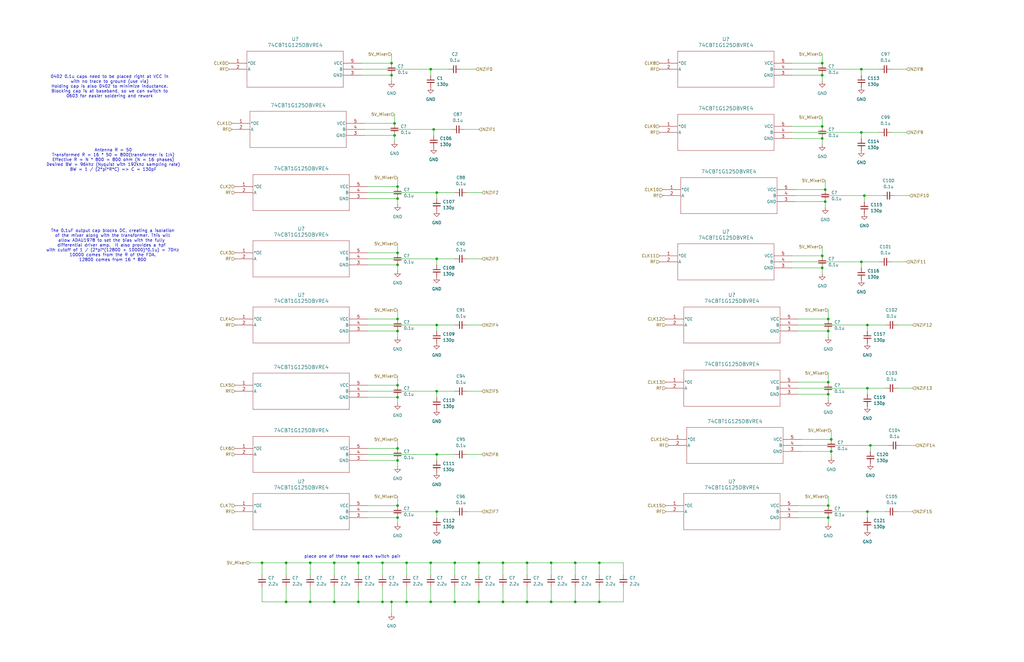
<source format=kicad_sch>
(kicad_sch (version 20250114) (generator "eeschema") (generator_version "9.0")
  (paper "B")
  (title_block (title "Rx Mixers") (date "2025-12-31") (rev "0.0") (company "Andy McCann KA3KAF and Doug McCann KA3KAG"))
  (lib_symbols
    (symbol "Device:C_Small" (pin_numbers (hide yes)) (pin_names (offset 0.254) (hide yes))
      (property "Reference" "C" (at 0.254 1.778 0))
      (property "Value" "C_Small" (at 0.254 -2.032 0))
      (symbol "C_Small_0_1"
        (polyline (pts (xy -1.524 0.508) (xy 1.524 0.508)) (stroke (width 0.3048)))
        (polyline (pts (xy -1.524 -0.508) (xy 1.524 -0.508)) (stroke (width 0.3302)))
      )
      (symbol "C_Small_1_1"
        (pin passive line (at 0 2.54 270) (length 2.032) (name "~") (number "1"))
        (pin passive line (at 0 -2.54 90) (length 2.032) (name "~") (number "2"))
      )
    )
    (symbol "SN74CBT1G125:74CBT1G125DBVRE4" (pin_names (offset 0.254))
      (property "Reference" "U" (at 27.94 10.16 0))
      (property "Value" "74CBT1G125DBVRE4" (at 27.94 7.62 0))
      (symbol "74CBT1G125DBVRE4_0_1"
        (polyline (pts (xy 7.62 5.08) (xy 7.62 -10.16)) (stroke (width 0.127)))
        (polyline (pts (xy 7.62 -10.16) (xy 48.26 -10.16)) (stroke (width 0.127)))
        (polyline (pts (xy 48.26 5.08) (xy 7.62 5.08)) (stroke (width 0.127)))
        (polyline (pts (xy 48.26 -10.16) (xy 48.26 5.08)) (stroke (width 0.127)))
        (pin input line (at 0 0 0) (length 7.62) (name "*OE") (number "1"))
        (pin input line (at 0 -2.54 0) (length 7.62) (name "A") (number "2"))
        (pin power_in line (at 55.88 0 180) (length 7.62) (name "VCC") (number "5"))
        (pin input line (at 55.88 -2.54 180) (length 7.62) (name "B") (number "4"))
        (pin power_in line (at 55.88 -5.08 180) (length 7.62) (name "GND") (number "3"))
      )
    )
    (symbol "power:GND" (power) (pin_numbers (hide yes)) (pin_names (offset 0) (hide yes))
      (property "Value" "GND" (at 0 -3.81 0))
      (symbol "GND_0_1"
        (polyline (pts (xy 0 0) (xy 0 -1.27) (xy 1.27 -1.27) (xy 0 -2.54) (xy -1.27 -1.27) (xy 0 -1.27)))
      )
      (symbol "GND_1_1"
        (pin power_in line (at 0 0 270) (length 0) (name "~") (number "1"))
      )
    )
  )
  (text "place one of these near each switch pair" (at 148.59 234.95 0) (effects (font (size 1.27 1.27))))
  (text "0402 0.1u caps need to be placed right at VCC in\nwith no trace to ground (use via)\nHolding cap is also 0402 to minimize inductance.\nBlocking cap is at baseband, so we can switch to\n0603 for easier soldering and rework" (at 46.228 36.576 0) (effects (font (size 1.27 1.27))))
  (text "Antenna R = 50\nTransformed R = 16 * 50 = 800(transformer is 1:4)\nEffective R = N * 800 = 800 ohm (N = 16 phases)\nDesired BW = 96khz (Nyquist with 192khz sampling rate)\nBW = 1 / (2*pi*R*C) => C = 130pF" (at 47.752 67.564 0) (effects (font (size 1.27 1.27))))
  (text "The 0.1uF output cap blocks DC, creating a isolation\nof the mixer along with the transformer. This will\nallow ADAU1978 to set the bias with the fully \ndifferential driver amp.  It also provides a hpf \nwith cutoff of 1 / (2*pi*(12800 + 10000)*0.1u) = 70Hz\n10000 comes from the R of the FDA.\n12800 comes from 16 * 800" (at 47.498 103.632 0) (effects (font (size 1.27 1.27))))
  (junction (at 167.64 83.82))
  (junction (at 191.77 254))
  (junction (at 346.71 31.75))
  (junction (at 184.15 165.1))
  (junction (at 363.22 55.88))
  (junction (at 120.65 237.49))
  (junction (at 167.64 167.64))
  (junction (at 232.41 237.49))
  (junction (at 181.61 254))
  (junction (at 191.77 237.49))
  (junction (at 184.15 191.77))
  (junction (at 110.49 237.49))
  (junction (at 140.97 237.49))
  (junction (at 130.81 254))
  (junction (at 151.13 254))
  (junction (at 167.64 134.62))
  (junction (at 222.25 237.49))
  (junction (at 181.61 237.49))
  (junction (at 181.61 29.21))
  (junction (at 130.81 237.49))
  (junction (at 367.03 187.96))
  (junction (at 242.57 237.49))
  (junction (at 346.71 107.95))
  (junction (at 167.64 111.76))
  (junction (at 363.22 29.21))
  (junction (at 212.09 254))
  (junction (at 171.45 254))
  (junction (at 349.25 161.29))
  (junction (at 347.98 80.01))
  (junction (at 201.93 237.49))
  (junction (at 167.64 139.7))
  (junction (at 346.71 113.03))
  (junction (at 212.09 237.49))
  (junction (at 165.1 31.75))
  (junction (at 349.25 213.36))
  (junction (at 347.98 85.09))
  (junction (at 165.1 26.67))
  (junction (at 350.52 190.5))
  (junction (at 167.64 194.31))
  (junction (at 350.52 185.42))
  (junction (at 182.88 54.61))
  (junction (at 167.64 213.36))
  (junction (at 363.22 110.49))
  (junction (at 349.25 134.62))
  (junction (at 167.64 78.74))
  (junction (at 140.97 254))
  (junction (at 166.37 57.15))
  (junction (at 365.76 137.16))
  (junction (at 171.45 237.49))
  (junction (at 166.37 52.07))
  (junction (at 201.93 254))
  (junction (at 346.71 26.67))
  (junction (at 184.15 137.16))
  (junction (at 349.25 218.44))
  (junction (at 161.29 237.49))
  (junction (at 364.49 82.55))
  (junction (at 252.73 254))
  (junction (at 151.13 237.49))
  (junction (at 242.57 254))
  (junction (at 184.15 109.22))
  (junction (at 161.29 254))
  (junction (at 349.25 139.7))
  (junction (at 349.25 166.37))
  (junction (at 165.1 254))
  (junction (at 184.15 81.28))
  (junction (at 167.64 189.23))
  (junction (at 365.76 163.83))
  (junction (at 120.65 254))
  (junction (at 346.71 53.34))
  (junction (at 346.71 58.42))
  (junction (at 365.76 215.9))
  (junction (at 252.73 237.49))
  (junction (at 167.64 218.44))
  (junction (at 222.25 254))
  (junction (at 167.64 162.56))
  (junction (at 232.41 254))
  (junction (at 184.15 215.9))
  (junction (at 167.64 106.68))
  (wire (pts (xy 365.76 215.9) (xy 365.76 218.44)))
  (wire (pts (xy 242.57 247.65) (xy 242.57 254)))
  (wire (pts (xy 222.25 237.49) (xy 222.25 242.57)))
  (wire (pts (xy 165.1 26.67) (xy 165.1 22.86)))
  (wire (pts (xy 379.73 187.96) (xy 386.08 187.96)))
  (wire (pts (xy 346.71 26.67) (xy 346.71 22.86)))
  (wire (pts (xy 349.25 134.62) (xy 349.25 130.81)))
  (wire (pts (xy 212.09 247.65) (xy 212.09 254)))
  (wire (pts (xy 152.4 31.75) (xy 165.1 31.75)))
  (wire (pts (xy 252.73 254) (xy 262.89 254)))
  (wire (pts (xy 154.94 78.74) (xy 167.64 78.74)))
  (wire (pts (xy 110.49 254) (xy 120.65 254)))
  (wire (pts (xy 140.97 237.49) (xy 151.13 237.49)))
  (wire (pts (xy 232.41 237.49) (xy 242.57 237.49)))
  (wire (pts (xy 167.64 78.74) (xy 167.64 74.93)))
  (wire (pts (xy 151.13 237.49) (xy 151.13 242.57)))
  (wire (pts (xy 222.25 247.65) (xy 222.25 254)))
  (wire (pts (xy 334.01 55.88) (xy 363.22 55.88)))
  (wire (pts (xy 182.88 54.61) (xy 190.5 54.61)))
  (wire (pts (xy 335.28 80.01) (xy 347.98 80.01)))
  (wire (pts (xy 365.76 137.16) (xy 373.38 137.16)))
  (wire (pts (xy 154.94 134.62) (xy 167.64 134.62)))
  (wire (pts (xy 184.15 109.22) (xy 191.77 109.22)))
  (wire (pts (xy 375.92 110.49) (xy 382.27 110.49)))
  (wire (pts (xy 171.45 237.49) (xy 181.61 237.49)))
  (wire (pts (xy 196.85 165.1) (xy 203.2 165.1)))
  (wire (pts (xy 378.46 215.9) (xy 384.81 215.9)))
  (wire (pts (xy 181.61 29.21) (xy 181.61 31.75)))
  (wire (pts (xy 154.94 162.56) (xy 167.64 162.56)))
  (wire (pts (xy 349.25 166.37) (xy 349.25 168.91)))
  (wire (pts (xy 196.85 81.28) (xy 203.2 81.28)))
  (wire (pts (xy 201.93 237.49) (xy 201.93 242.57)))
  (wire (pts (xy 167.64 218.44) (xy 167.64 220.98)))
  (wire (pts (xy 336.55 139.7) (xy 349.25 139.7)))
  (wire (pts (xy 363.22 29.21) (xy 363.22 31.75)))
  (wire (pts (xy 346.71 113.03) (xy 346.71 115.57)))
  (wire (pts (xy 171.45 247.65) (xy 171.45 254)))
  (wire (pts (xy 222.25 254) (xy 232.41 254)))
  (wire (pts (xy 184.15 191.77) (xy 184.15 194.31)))
  (wire (pts (xy 346.71 31.75) (xy 346.71 34.29)))
  (wire (pts (xy 154.94 111.76) (xy 167.64 111.76)))
  (wire (pts (xy 184.15 81.28) (xy 191.77 81.28)))
  (wire (pts (xy 349.25 139.7) (xy 349.25 142.24)))
  (wire (pts (xy 196.85 191.77) (xy 203.2 191.77)))
  (wire (pts (xy 212.09 254) (xy 222.25 254)))
  (wire (pts (xy 336.55 215.9) (xy 365.76 215.9)))
  (wire (pts (xy 334.01 113.03) (xy 346.71 113.03)))
  (wire (pts (xy 363.22 110.49) (xy 370.84 110.49)))
  (wire (pts (xy 153.67 54.61) (xy 182.88 54.61)))
  (wire (pts (xy 375.92 55.88) (xy 382.27 55.88)))
  (wire (pts (xy 130.81 254) (xy 140.97 254)))
  (wire (pts (xy 120.65 237.49) (xy 130.81 237.49)))
  (wire (pts (xy 364.49 82.55) (xy 364.49 85.09)))
  (wire (pts (xy 154.94 81.28) (xy 184.15 81.28)))
  (wire (pts (xy 167.64 83.82) (xy 167.64 86.36)))
  (wire (pts (xy 262.89 247.65) (xy 262.89 254)))
  (wire (pts (xy 151.13 237.49) (xy 161.29 237.49)))
  (wire (pts (xy 181.61 237.49) (xy 191.77 237.49)))
  (wire (pts (xy 181.61 254) (xy 191.77 254)))
  (wire (pts (xy 365.76 163.83) (xy 365.76 166.37)))
  (wire (pts (xy 184.15 165.1) (xy 191.77 165.1)))
  (wire (pts (xy 232.41 254) (xy 242.57 254)))
  (wire (pts (xy 161.29 254) (xy 165.1 254)))
  (wire (pts (xy 262.89 237.49) (xy 262.89 242.57)))
  (wire (pts (xy 196.85 215.9) (xy 203.2 215.9)))
  (wire (pts (xy 347.98 85.09) (xy 347.98 87.63)))
  (wire (pts (xy 154.94 194.31) (xy 167.64 194.31)))
  (wire (pts (xy 363.22 110.49) (xy 363.22 113.03)))
  (wire (pts (xy 184.15 191.77) (xy 191.77 191.77)))
  (wire (pts (xy 336.55 166.37) (xy 349.25 166.37)))
  (wire (pts (xy 110.49 237.49) (xy 110.49 242.57)))
  (wire (pts (xy 334.01 31.75) (xy 346.71 31.75)))
  (wire (pts (xy 184.15 165.1) (xy 184.15 167.64)))
  (wire (pts (xy 120.65 247.65) (xy 120.65 254)))
  (wire (pts (xy 161.29 247.65) (xy 161.29 254)))
  (wire (pts (xy 349.25 161.29) (xy 349.25 157.48)))
  (wire (pts (xy 184.15 109.22) (xy 184.15 111.76)))
  (wire (pts (xy 196.85 109.22) (xy 203.2 109.22)))
  (wire (pts (xy 201.93 237.49) (xy 212.09 237.49)))
  (wire (pts (xy 334.01 29.21) (xy 363.22 29.21)))
  (wire (pts (xy 120.65 237.49) (xy 120.65 242.57)))
  (wire (pts (xy 337.82 185.42) (xy 350.52 185.42)))
  (wire (pts (xy 140.97 237.49) (xy 140.97 242.57)))
  (wire (pts (xy 167.64 139.7) (xy 167.64 142.24)))
  (wire (pts (xy 350.52 185.42) (xy 350.52 181.61)))
  (wire (pts (xy 110.49 237.49) (xy 120.65 237.49)))
  (wire (pts (xy 334.01 110.49) (xy 363.22 110.49)))
  (wire (pts (xy 184.15 215.9) (xy 191.77 215.9)))
  (wire (pts (xy 194.31 29.21) (xy 200.66 29.21)))
  (wire (pts (xy 336.55 163.83) (xy 365.76 163.83)))
  (wire (pts (xy 110.49 247.65) (xy 110.49 254)))
  (wire (pts (xy 167.64 162.56) (xy 167.64 158.75)))
  (wire (pts (xy 184.15 215.9) (xy 184.15 218.44)))
  (wire (pts (xy 166.37 57.15) (xy 166.37 59.69)))
  (wire (pts (xy 252.73 237.49) (xy 252.73 242.57)))
  (wire (pts (xy 335.28 85.09) (xy 347.98 85.09)))
  (wire (pts (xy 363.22 55.88) (xy 363.22 58.42)))
  (wire (pts (xy 167.64 189.23) (xy 167.64 185.42)))
  (wire (pts (xy 336.55 218.44) (xy 349.25 218.44)))
  (wire (pts (xy 365.76 163.83) (xy 373.38 163.83)))
  (wire (pts (xy 166.37 52.07) (xy 166.37 48.26)))
  (wire (pts (xy 335.28 82.55) (xy 364.49 82.55)))
  (wire (pts (xy 346.71 58.42) (xy 346.71 60.96)))
  (wire (pts (xy 130.81 247.65) (xy 130.81 254)))
  (wire (pts (xy 242.57 237.49) (xy 242.57 242.57)))
  (wire (pts (xy 378.46 137.16) (xy 384.81 137.16)))
  (wire (pts (xy 346.71 107.95) (xy 346.71 104.14)))
  (wire (pts (xy 252.73 247.65) (xy 252.73 254)))
  (wire (pts (xy 337.82 187.96) (xy 367.03 187.96)))
  (wire (pts (xy 334.01 107.95) (xy 346.71 107.95)))
  (wire (pts (xy 140.97 247.65) (xy 140.97 254)))
  (wire (pts (xy 349.25 213.36) (xy 349.25 209.55)))
  (wire (pts (xy 165.1 254) (xy 171.45 254)))
  (wire (pts (xy 154.94 167.64) (xy 167.64 167.64)))
  (wire (pts (xy 252.73 237.49) (xy 262.89 237.49)))
  (wire (pts (xy 151.13 254) (xy 161.29 254)))
  (wire (pts (xy 232.41 247.65) (xy 232.41 254)))
  (wire (pts (xy 161.29 237.49) (xy 161.29 242.57)))
  (wire (pts (xy 364.49 82.55) (xy 372.11 82.55)))
  (wire (pts (xy 184.15 81.28) (xy 184.15 83.82)))
  (wire (pts (xy 171.45 254) (xy 181.61 254)))
  (wire (pts (xy 154.94 109.22) (xy 184.15 109.22)))
  (wire (pts (xy 130.81 237.49) (xy 130.81 242.57)))
  (wire (pts (xy 222.25 237.49) (xy 232.41 237.49)))
  (wire (pts (xy 154.94 218.44) (xy 167.64 218.44)))
  (wire (pts (xy 365.76 137.16) (xy 365.76 139.7)))
  (wire (pts (xy 191.77 237.49) (xy 201.93 237.49)))
  (wire (pts (xy 167.64 167.64) (xy 167.64 170.18)))
  (wire (pts (xy 212.09 237.49) (xy 222.25 237.49)))
  (wire (pts (xy 196.85 137.16) (xy 203.2 137.16)))
  (wire (pts (xy 232.41 237.49) (xy 232.41 242.57)))
  (wire (pts (xy 140.97 254) (xy 151.13 254)))
  (wire (pts (xy 336.55 161.29) (xy 349.25 161.29)))
  (wire (pts (xy 336.55 137.16) (xy 365.76 137.16)))
  (wire (pts (xy 154.94 83.82) (xy 167.64 83.82)))
  (wire (pts (xy 182.88 54.61) (xy 182.88 57.15)))
  (wire (pts (xy 191.77 247.65) (xy 191.77 254)))
  (wire (pts (xy 184.15 137.16) (xy 184.15 139.7)))
  (wire (pts (xy 161.29 237.49) (xy 171.45 237.49)))
  (wire (pts (xy 171.45 237.49) (xy 171.45 242.57)))
  (wire (pts (xy 154.94 189.23) (xy 167.64 189.23)))
  (wire (pts (xy 167.64 111.76) (xy 167.64 114.3)))
  (wire (pts (xy 195.58 54.61) (xy 201.93 54.61)))
  (wire (pts (xy 105.41 237.49) (xy 110.49 237.49)))
  (wire (pts (xy 130.81 237.49) (xy 140.97 237.49)))
  (wire (pts (xy 212.09 237.49) (xy 212.09 242.57)))
  (wire (pts (xy 152.4 26.67) (xy 165.1 26.67)))
  (wire (pts (xy 167.64 106.68) (xy 167.64 102.87)))
  (wire (pts (xy 191.77 254) (xy 201.93 254)))
  (wire (pts (xy 242.57 254) (xy 252.73 254)))
  (wire (pts (xy 154.94 215.9) (xy 184.15 215.9)))
  (wire (pts (xy 346.71 53.34) (xy 346.71 49.53)))
  (wire (pts (xy 336.55 213.36) (xy 349.25 213.36)))
  (wire (pts (xy 349.25 218.44) (xy 349.25 220.98)))
  (wire (pts (xy 367.03 187.96) (xy 374.65 187.96)))
  (wire (pts (xy 336.55 134.62) (xy 349.25 134.62)))
  (wire (pts (xy 375.92 29.21) (xy 382.27 29.21)))
  (wire (pts (xy 350.52 190.5) (xy 350.52 193.04)))
  (wire (pts (xy 181.61 247.65) (xy 181.61 254)))
  (wire (pts (xy 334.01 53.34) (xy 346.71 53.34)))
  (wire (pts (xy 151.13 247.65) (xy 151.13 254)))
  (wire (pts (xy 347.98 80.01) (xy 347.98 76.2)))
  (wire (pts (xy 378.46 163.83) (xy 384.81 163.83)))
  (wire (pts (xy 367.03 187.96) (xy 367.03 190.5)))
  (wire (pts (xy 334.01 26.67) (xy 346.71 26.67)))
  (wire (pts (xy 365.76 215.9) (xy 373.38 215.9)))
  (wire (pts (xy 181.61 237.49) (xy 181.61 242.57)))
  (wire (pts (xy 337.82 190.5) (xy 350.52 190.5)))
  (wire (pts (xy 167.64 194.31) (xy 167.64 196.85)))
  (wire (pts (xy 201.93 254) (xy 212.09 254)))
  (wire (pts (xy 167.64 134.62) (xy 167.64 130.81)))
  (wire (pts (xy 363.22 29.21) (xy 370.84 29.21)))
  (wire (pts (xy 167.64 213.36) (xy 167.64 209.55)))
  (wire (pts (xy 152.4 29.21) (xy 181.61 29.21)))
  (wire (pts (xy 154.94 137.16) (xy 184.15 137.16)))
  (wire (pts (xy 334.01 58.42) (xy 346.71 58.42)))
  (wire (pts (xy 165.1 31.75) (xy 165.1 34.29)))
  (wire (pts (xy 181.61 29.21) (xy 189.23 29.21)))
  (wire (pts (xy 154.94 213.36) (xy 167.64 213.36)))
  (wire (pts (xy 191.77 237.49) (xy 191.77 242.57)))
  (wire (pts (xy 153.67 52.07) (xy 166.37 52.07)))
  (wire (pts (xy 154.94 165.1) (xy 184.15 165.1)))
  (wire (pts (xy 201.93 247.65) (xy 201.93 254)))
  (wire (pts (xy 242.57 237.49) (xy 252.73 237.49)))
  (wire (pts (xy 154.94 139.7) (xy 167.64 139.7)))
  (wire (pts (xy 363.22 55.88) (xy 370.84 55.88)))
  (wire (pts (xy 154.94 191.77) (xy 184.15 191.77)))
  (wire (pts (xy 153.67 57.15) (xy 166.37 57.15)))
  (wire (pts (xy 165.1 254) (xy 165.1 259.08)))
  (wire (pts (xy 120.65 254) (xy 130.81 254)))
  (wire (pts (xy 154.94 106.68) (xy 167.64 106.68)))
  (wire (pts (xy 377.19 82.55) (xy 383.54 82.55)))
  (wire (pts (xy 184.15 137.16) (xy 191.77 137.16)))
  (hierarchical_label "RF" (shape input) (at 99.06 137.16 180))
  (hierarchical_label "NZIF0" (shape input) (at 200.66 29.21 0))
  (hierarchical_label "5V_Mixer" (shape input) (at 347.98 76.2 180))
  (hierarchical_label "CLK1" (shape input) (at 97.79 52.07 180))
  (hierarchical_label "NZIF9" (shape input) (at 382.27 55.88 0))
  (hierarchical_label "CLK7" (shape input) (at 99.06 213.36 180))
  (hierarchical_label "NZIF2" (shape input) (at 203.2 81.28 0))
  (hierarchical_label "CLK4" (shape input) (at 99.06 134.62 180))
  (hierarchical_label "NZIF3" (shape input) (at 203.2 109.22 0))
  (hierarchical_label "5V_Mixer" (shape input) (at 167.64 158.75 180))
  (hierarchical_label "CLK0" (shape input) (at 96.52 26.67 180))
  (hierarchical_label "RF" (shape input) (at 278.13 29.21 180))
  (hierarchical_label "NZIF4" (shape input) (at 203.2 137.16 0))
  (hierarchical_label "NZIF15" (shape input) (at 384.81 215.9 0))
  (hierarchical_label "RF" (shape input) (at 278.13 55.88 180))
  (hierarchical_label "CLK14" (shape input) (at 281.94 185.42 180))
  (hierarchical_label "RF" (shape input) (at 96.52 29.21 180))
  (hierarchical_label "CLK13" (shape input) (at 280.67 161.29 180))
  (hierarchical_label "CLK9" (shape input) (at 278.13 53.34 180))
  (hierarchical_label "CLK5" (shape input) (at 99.06 162.56 180))
  (hierarchical_label "CLK12" (shape input) (at 280.67 134.62 180))
  (hierarchical_label "RF" (shape input) (at 280.67 137.16 180))
  (hierarchical_label "5V_Mixer" (shape input) (at 105.41 237.49 180))
  (hierarchical_label "RF" (shape input) (at 280.67 163.83 180))
  (hierarchical_label "5V_Mixer" (shape input) (at 166.37 48.26 180))
  (hierarchical_label "RF" (shape input) (at 97.79 54.61 180))
  (hierarchical_label "5V_Mixer" (shape input) (at 346.71 49.53 180))
  (hierarchical_label "NZIF12" (shape input) (at 384.81 137.16 0))
  (hierarchical_label "NZIF13" (shape input) (at 384.81 163.83 0))
  (hierarchical_label "NZIF1" (shape input) (at 201.93 54.61 0))
  (hierarchical_label "RF" (shape input) (at 99.06 215.9 180))
  (hierarchical_label "RF" (shape input) (at 99.06 165.1 180))
  (hierarchical_label "5V_Mixer" (shape input) (at 349.25 209.55 180))
  (hierarchical_label "RF" (shape input) (at 99.06 191.77 180))
  (hierarchical_label "CLK11" (shape input) (at 278.13 107.95 180))
  (hierarchical_label "5V_Mixer" (shape input) (at 167.64 130.81 180))
  (hierarchical_label "CLK8" (shape input) (at 278.13 26.67 180))
  (hierarchical_label "RF" (shape input) (at 278.13 110.49 180))
  (hierarchical_label "5V_Mixer" (shape input) (at 167.64 74.93 180))
  (hierarchical_label "5V_Mixer" (shape input) (at 349.25 130.81 180))
  (hierarchical_label "5V_Mixer" (shape input) (at 167.64 185.42 180))
  (hierarchical_label "CLK6" (shape input) (at 99.06 189.23 180))
  (hierarchical_label "CLK3" (shape input) (at 99.06 106.68 180))
  (hierarchical_label "NZIF10" (shape input) (at 383.54 82.55 0))
  (hierarchical_label "5V_Mixer" (shape input) (at 349.25 157.48 180))
  (hierarchical_label "5V_Mixer" (shape input) (at 346.71 104.14 180))
  (hierarchical_label "RF" (shape input) (at 99.06 81.28 180))
  (hierarchical_label "NZIF8" (shape input) (at 382.27 29.21 0))
  (hierarchical_label "RF" (shape input) (at 281.94 187.96 180))
  (hierarchical_label "NZIF14" (shape input) (at 386.08 187.96 0))
  (hierarchical_label "RF" (shape input) (at 279.4 82.55 180))
  (hierarchical_label "CLK15" (shape input) (at 280.67 213.36 180))
  (hierarchical_label "RF" (shape input) (at 99.06 109.22 180))
  (hierarchical_label "5V_Mixer" (shape input) (at 167.64 209.55 180))
  (hierarchical_label "CLK10" (shape input) (at 279.4 80.01 180))
  (hierarchical_label "NZIF7" (shape input) (at 203.2 215.9 0))
  (hierarchical_label "5V_Mixer" (shape input) (at 350.52 181.61 180))
  (hierarchical_label "5V_Mixer" (shape input) (at 346.71 22.86 180))
  (hierarchical_label "NZIF5" (shape input) (at 203.2 165.1 0))
  (hierarchical_label "5V_Mixer" (shape input) (at 165.1 22.86 180))
  (hierarchical_label "RF" (shape input) (at 280.67 215.9 180))
  (hierarchical_label "NZIF11" (shape input) (at 382.27 110.49 0))
  (hierarchical_label "NZIF6" (shape input) (at 203.2 191.77 0))
  (hierarchical_label "CLK2" (shape input) (at 99.06 78.74 180))
  (hierarchical_label "5V_Mixer" (shape input) (at 167.64 102.87 180))
  (symbol (lib_id "Device:C_Small") (at 365.76 220.98 0) (unit 1)
    (property "Reference" "C121" (at 368.3 219.7162 0) (effects (justify left)))
    (property "Value" "130p" (at 368.3 222.2562 0) (effects (justify left)))
    (property "Footprint" "Capacitor_SMD:C_0402_1005Metric_Pad0.74x0.62mm_HandSolder" (effects (hide yes)))
    (property "Description" "Unpolarized capacitor, small symbol" (effects (hide yes)))
  )
  (symbol (lib_id "power:GND") (at 365.76 223.52 0) (unit 1)
    (property "Reference" "#PWR017" (effects (hide yes)))
    (property "Value" "GND" (at 365.76 228.6 0))
    (property "Description" "Power symbol creates a global label with name \"GND\" , ground" (effects (hide yes)))
  )
  (symbol (lib_id "power:GND") (at 165.1 259.08 0) (unit 1)
    (property "Reference" "#PWR?" (effects (hide yes)))
    (property "Value" "GND" (at 165.1 264.16 0))
    (property "Description" "Power symbol creates a global label with name \"GND\" , ground" (effects (hide yes)))
  )
  (symbol (lib_id "Device:C_Small") (at 167.64 215.9 0) (unit 1)
    (property "Reference" "C?" (at 170.18 214.6362 0) (effects (justify left)))
    (property "Value" "0.1u" (at 170.18 217.1762 0) (effects (justify left)))
    (property "Footprint" "Resistor_SMD:R_0402_1005Metric_Pad0.72x0.64mm_HandSolder" (effects (hide yes)))
    (property "Description" "Unpolarized capacitor, small symbol" (effects (hide yes)))
  )
  (symbol (lib_id "Device:C_Small") (at 130.81 245.11 0) (unit 1)
    (property "Reference" "C?" (at 133.35 243.8462 0) (effects (justify left)))
    (property "Value" "2.2u" (at 133.35 246.3862 0) (effects (justify left)))
    (property "Description" "Unpolarized capacitor, small symbol" (effects (hide yes)))
  )
  (symbol (lib_id "power:GND") (at 349.25 220.98 0) (unit 1)
    (property "Reference" "#PWR?" (effects (hide yes)))
    (property "Value" "GND" (at 349.25 226.06 0))
    (property "Description" "Power symbol creates a global label with name \"GND\" , ground" (effects (hide yes)))
  )
  (symbol (lib_id "Device:C_Small") (at 193.04 54.61 90) (unit 1)
    (property "Reference" "C87" (at 193.0463 48.26 90))
    (property "Value" "0.1u" (at 193.0463 50.8 90))
    (property "Footprint" "Capacitor_SMD:C_0603_1608Metric_Pad1.08x0.95mm_HandSolder" (effects (hide yes)))
    (property "Description" "Unpolarized capacitor, small symbol" (effects (hide yes)))
  )
  (symbol (lib_id "SN74CBT1G125:74CBT1G125DBVRE4") (at 99.06 106.68 0) (unit 1)
    (property "Reference" "U?" (at 127 96.52 0) (effects (font (size 1.524 1.524))))
    (property "Value" "74CBT1G125DBVRE4" (at 127 99.06 0) (effects (font (size 1.524 1.524))))
    (property "Footprint" "DBV5" (effects (hide yes)))
    (property "Datasheet" "https://www.ti.com/lit/gpn/sn74cbt1g125" (effects (hide yes)))
  )
  (symbol (lib_id "Device:C_Small") (at 365.76 168.91 0) (unit 1)
    (property "Reference" "C119" (at 368.3 167.6462 0) (effects (justify left)))
    (property "Value" "130p" (at 368.3 170.1862 0) (effects (justify left)))
    (property "Footprint" "Capacitor_SMD:C_0402_1005Metric_Pad0.74x0.62mm_HandSolder" (effects (hide yes)))
    (property "Description" "Unpolarized capacitor, small symbol" (effects (hide yes)))
  )
  (symbol (lib_id "Device:C_Small") (at 171.45 245.11 0) (unit 1)
    (property "Reference" "C?" (at 173.99 243.8462 0) (effects (justify left)))
    (property "Value" "2.2u" (at 173.99 246.3862 0) (effects (justify left)))
    (property "Description" "Unpolarized capacitor, small symbol" (effects (hide yes)))
  )
  (symbol (lib_id "SN74CBT1G125:74CBT1G125DBVRE4") (at 278.13 107.95 0) (unit 1)
    (property "Reference" "U?" (at 306.07 97.79 0) (effects (font (size 1.524 1.524))))
    (property "Value" "74CBT1G125DBVRE4" (at 306.07 100.33 0) (effects (font (size 1.524 1.524))))
    (property "Footprint" "DBV5" (effects (hide yes)))
    (property "Datasheet" "https://www.ti.com/lit/gpn/sn74cbt1g125" (effects (hide yes)))
  )
  (symbol (lib_id "Device:C_Small") (at 151.13 245.11 0) (unit 1)
    (property "Reference" "C?" (at 153.67 243.8462 0) (effects (justify left)))
    (property "Value" "2.2u" (at 153.67 246.3862 0) (effects (justify left)))
    (property "Description" "Unpolarized capacitor, small symbol" (effects (hide yes)))
  )
  (symbol (lib_id "Device:C_Small") (at 194.31 191.77 90) (unit 1)
    (property "Reference" "C95" (at 194.3163 185.42 90))
    (property "Value" "0.1u" (at 194.3163 187.96 90))
    (property "Footprint" "Capacitor_SMD:C_0603_1608Metric_Pad1.08x0.95mm_HandSolder" (effects (hide yes)))
    (property "Description" "Unpolarized capacitor, small symbol" (effects (hide yes)))
  )
  (symbol (lib_id "power:GND") (at 184.15 144.78 0) (unit 1)
    (property "Reference" "#PWR08" (effects (hide yes)))
    (property "Value" "GND" (at 184.15 149.86 0))
    (property "Description" "Power symbol creates a global label with name \"GND\" , ground" (effects (hide yes)))
  )
  (symbol (lib_id "Device:C_Small") (at 349.25 163.83 0) (unit 1)
    (property "Reference" "C?" (at 351.79 162.5662 0) (effects (justify left)))
    (property "Value" "0.1u" (at 351.79 165.1062 0) (effects (justify left)))
    (property "Footprint" "Resistor_SMD:R_0402_1005Metric_Pad0.72x0.64mm_HandSolder" (effects (hide yes)))
    (property "Description" "Unpolarized capacitor, small symbol" (effects (hide yes)))
  )
  (symbol (lib_id "power:GND") (at 167.64 86.36 0) (unit 1)
    (property "Reference" "#PWR?" (effects (hide yes)))
    (property "Value" "GND" (at 167.64 91.44 0))
    (property "Description" "Power symbol creates a global label with name \"GND\" , ground" (effects (hide yes)))
  )
  (symbol (lib_id "power:GND") (at 365.76 171.45 0) (unit 1)
    (property "Reference" "#PWR014" (effects (hide yes)))
    (property "Value" "GND" (at 365.76 176.53 0))
    (property "Description" "Power symbol creates a global label with name \"GND\" , ground" (effects (hide yes)))
  )
  (symbol (lib_id "Device:C_Small") (at 363.22 60.96 0) (unit 1)
    (property "Reference" "C114" (at 365.76 59.6962 0) (effects (justify left)))
    (property "Value" "130p" (at 365.76 62.2362 0) (effects (justify left)))
    (property "Footprint" "Capacitor_SMD:C_0402_1005Metric_Pad0.74x0.62mm_HandSolder" (effects (hide yes)))
    (property "Description" "Unpolarized capacitor, small symbol" (effects (hide yes)))
  )
  (symbol (lib_id "Device:C_Small") (at 252.73 245.11 0) (unit 1)
    (property "Reference" "C?" (at 255.27 243.8462 0) (effects (justify left)))
    (property "Value" "2.2u" (at 255.27 246.3862 0) (effects (justify left)))
    (property "Description" "Unpolarized capacitor, small symbol" (effects (hide yes)))
  )
  (symbol (lib_id "Device:C_Small") (at 167.64 81.28 0) (unit 1)
    (property "Reference" "C?" (at 170.18 80.0162 0) (effects (justify left)))
    (property "Value" "0.1u" (at 170.18 82.5562 0) (effects (justify left)))
    (property "Footprint" "Resistor_SMD:R_0402_1005Metric_Pad0.72x0.64mm_HandSolder" (effects (hide yes)))
    (property "Description" "Unpolarized capacitor, small symbol" (effects (hide yes)))
  )
  (symbol (lib_id "power:GND") (at 181.61 36.83 0) (unit 1)
    (property "Reference" "#PWR01" (effects (hide yes)))
    (property "Value" "GND" (at 181.61 41.91 0))
    (property "Description" "Power symbol creates a global label with name \"GND\" , ground" (effects (hide yes)))
  )
  (symbol (lib_id "Device:C_Small") (at 140.97 245.11 0) (unit 1)
    (property "Reference" "C?" (at 143.51 243.8462 0) (effects (justify left)))
    (property "Value" "2.2u" (at 143.51 246.3862 0) (effects (justify left)))
    (property "Description" "Unpolarized capacitor, small symbol" (effects (hide yes)))
  )
  (symbol (lib_id "Device:C_Small") (at 377.19 187.96 90) (unit 1)
    (property "Reference" "C104" (at 377.1963 181.61 90))
    (property "Value" "0.1u" (at 377.1963 184.15 90))
    (property "Footprint" "Capacitor_SMD:C_0603_1608Metric_Pad1.08x0.95mm_HandSolder" (effects (hide yes)))
    (property "Description" "Unpolarized capacitor, small symbol" (effects (hide yes)))
  )
  (symbol (lib_id "Device:C_Small") (at 191.77 29.21 90) (unit 1)
    (property "Reference" "C2" (at 191.7763 22.86 90))
    (property "Value" "0.1u" (at 191.7763 25.4 90))
    (property "Footprint" "Capacitor_SMD:C_0603_1608Metric_Pad1.08x0.95mm_HandSolder" (effects (hide yes)))
    (property "Description" "Unpolarized capacitor, small symbol" (effects (hide yes)))
  )
  (symbol (lib_id "power:GND") (at 346.71 34.29 0) (unit 1)
    (property "Reference" "#PWR?" (effects (hide yes)))
    (property "Value" "GND" (at 346.71 39.37 0))
    (property "Description" "Power symbol creates a global label with name \"GND\" , ground" (effects (hide yes)))
  )
  (symbol (lib_id "power:GND") (at 349.25 168.91 0) (unit 1)
    (property "Reference" "#PWR?" (effects (hide yes)))
    (property "Value" "GND" (at 349.25 173.99 0))
    (property "Description" "Power symbol creates a global label with name \"GND\" , ground" (effects (hide yes)))
  )
  (symbol (lib_id "Device:C_Small") (at 212.09 245.11 0) (unit 1)
    (property "Reference" "C?" (at 214.63 243.8462 0) (effects (justify left)))
    (property "Value" "2.2u" (at 214.63 246.3862 0) (effects (justify left)))
    (property "Description" "Unpolarized capacitor, small symbol" (effects (hide yes)))
  )
  (symbol (lib_id "Device:C_Small") (at 184.15 86.36 0) (unit 1)
    (property "Reference" "C107" (at 186.69 85.0962 0) (effects (justify left)))
    (property "Value" "130p" (at 186.69 87.6362 0) (effects (justify left)))
    (property "Footprint" "Capacitor_SMD:C_0402_1005Metric_Pad0.74x0.62mm_HandSolder" (effects (hide yes)))
    (property "Description" "Unpolarized capacitor, small symbol" (effects (hide yes)))
  )
  (symbol (lib_id "SN74CBT1G125:74CBT1G125DBVRE4") (at 99.06 213.36 0) (unit 1)
    (property "Reference" "U?" (at 127 203.2 0) (effects (font (size 1.524 1.524))))
    (property "Value" "74CBT1G125DBVRE4" (at 127 205.74 0) (effects (font (size 1.524 1.524))))
    (property "Footprint" "DBV5" (effects (hide yes)))
    (property "Datasheet" "https://www.ti.com/lit/gpn/sn74cbt1g125" (effects (hide yes)))
  )
  (symbol (lib_id "Device:C_Small") (at 120.65 245.11 0) (unit 1)
    (property "Reference" "C?" (at 123.19 243.8462 0) (effects (justify left)))
    (property "Value" "2.2u" (at 123.19 246.3862 0) (effects (justify left)))
    (property "Description" "Unpolarized capacitor, small symbol" (effects (hide yes)))
  )
  (symbol (lib_id "Device:C_Small") (at 191.77 245.11 0) (unit 1)
    (property "Reference" "C?" (at 194.31 243.8462 0) (effects (justify left)))
    (property "Value" "2.2u" (at 194.31 246.3862 0) (effects (justify left)))
    (property "Description" "Unpolarized capacitor, small symbol" (effects (hide yes)))
  )
  (symbol (lib_id "Device:C_Small") (at 346.71 55.88 0) (unit 1)
    (property "Reference" "C?" (at 349.25 54.6162 0) (effects (justify left)))
    (property "Value" "0.1u" (at 349.25 57.1562 0) (effects (justify left)))
    (property "Footprint" "Resistor_SMD:R_0402_1005Metric_Pad0.72x0.64mm_HandSolder" (effects (hide yes)))
    (property "Description" "Unpolarized capacitor, small symbol" (effects (hide yes)))
  )
  (symbol (lib_id "power:GND") (at 167.64 196.85 0) (unit 1)
    (property "Reference" "#PWR?" (effects (hide yes)))
    (property "Value" "GND" (at 167.64 201.93 0))
    (property "Description" "Power symbol creates a global label with name \"GND\" , ground" (effects (hide yes)))
  )
  (symbol (lib_id "Device:C_Small") (at 165.1 29.21 0) (unit 1)
    (property "Reference" "C?" (at 167.64 27.9462 0) (effects (justify left)))
    (property "Value" "0.1u" (at 167.64 30.4862 0) (effects (justify left)))
    (property "Footprint" "Resistor_SMD:R_0402_1005Metric_Pad0.72x0.64mm_HandSolder" (effects (hide yes)))
    (property "Description" "Unpolarized capacitor, small symbol" (effects (hide yes)))
  )
  (symbol (lib_id "Device:C_Small") (at 349.25 137.16 0) (unit 1)
    (property "Reference" "C?" (at 351.79 135.8962 0) (effects (justify left)))
    (property "Value" "0.1u" (at 351.79 138.4362 0) (effects (justify left)))
    (property "Footprint" "Resistor_SMD:R_0402_1005Metric_Pad0.72x0.64mm_HandSolder" (effects (hide yes)))
    (property "Description" "Unpolarized capacitor, small symbol" (effects (hide yes)))
  )
  (symbol (lib_id "power:GND") (at 363.22 36.83 0) (unit 1)
    (property "Reference" "#PWR09" (effects (hide yes)))
    (property "Value" "GND" (at 363.22 41.91 0))
    (property "Description" "Power symbol creates a global label with name \"GND\" , ground" (effects (hide yes)))
  )
  (symbol (lib_id "Device:C_Small") (at 374.65 82.55 90) (unit 1)
    (property "Reference" "C100" (at 374.6563 76.2 90))
    (property "Value" "0.1u" (at 374.6563 78.74 90))
    (property "Footprint" "Capacitor_SMD:C_0603_1608Metric_Pad1.08x0.95mm_HandSolder" (effects (hide yes)))
    (property "Description" "Unpolarized capacitor, small symbol" (effects (hide yes)))
  )
  (symbol (lib_id "SN74CBT1G125:74CBT1G125DBVRE4") (at 97.79 52.07 0) (unit 1)
    (property "Reference" "U?" (effects (hide yes)))
    (property "Value" "74CBT1G125DBVRE4" (at 125.73 44.45 0) (effects (font (size 1.524 1.524))))
    (property "Footprint" "DBV5" (effects (hide yes)))
    (property "Datasheet" "https://www.ti.com/lit/gpn/sn74cbt1g125" (effects (hide yes)))
  )
  (symbol (lib_id "Device:C_Small") (at 194.31 165.1 90) (unit 1)
    (property "Reference" "C94" (at 194.3163 158.75 90))
    (property "Value" "0.1u" (at 194.3163 161.29 90))
    (property "Footprint" "Capacitor_SMD:C_0603_1608Metric_Pad1.08x0.95mm_HandSolder" (effects (hide yes)))
    (property "Description" "Unpolarized capacitor, small symbol" (effects (hide yes)))
  )
  (symbol (lib_id "Device:C_Small") (at 184.15 170.18 0) (unit 1)
    (property "Reference" "C110" (at 186.69 168.9162 0) (effects (justify left)))
    (property "Value" "130p" (at 186.69 171.4562 0) (effects (justify left)))
    (property "Footprint" "Capacitor_SMD:C_0402_1005Metric_Pad0.74x0.62mm_HandSolder" (effects (hide yes)))
    (property "Description" "Unpolarized capacitor, small symbol" (effects (hide yes)))
  )
  (symbol (lib_id "power:GND") (at 346.71 60.96 0) (unit 1)
    (property "Reference" "#PWR?" (effects (hide yes)))
    (property "Value" "GND" (at 346.71 66.04 0))
    (property "Description" "Power symbol creates a global label with name \"GND\" , ground" (effects (hide yes)))
  )
  (symbol (lib_id "SN74CBT1G125:74CBT1G125DBVRE4") (at 281.94 185.42 0) (unit 1)
    (property "Reference" "U?" (effects (hide yes)))
    (property "Value" "74CBT1G125DBVRE4" (at 309.88 177.8 0) (effects (font (size 1.524 1.524))))
    (property "Footprint" "DBV5" (effects (hide yes)))
    (property "Datasheet" "https://www.ti.com/lit/gpn/sn74cbt1g125" (effects (hide yes)))
  )
  (symbol (lib_id "Device:C_Small") (at 166.37 54.61 0) (unit 1)
    (property "Reference" "C?" (at 168.91 53.3462 0) (effects (justify left)))
    (property "Value" "0.1u" (at 168.91 55.8862 0) (effects (justify left)))
    (property "Footprint" "Resistor_SMD:R_0402_1005Metric_Pad0.72x0.64mm_HandSolder" (effects (hide yes)))
    (property "Description" "Unpolarized capacitor, small symbol" (effects (hide yes)))
  )
  (symbol (lib_id "Device:C_Small") (at 262.89 245.11 0) (unit 1)
    (property "Reference" "C?" (at 265.43 243.8462 0) (effects (justify left)))
    (property "Value" "2.2u" (at 265.43 246.3862 0) (effects (justify left)))
    (property "Description" "Unpolarized capacitor, small symbol" (effects (hide yes)))
  )
  (symbol (lib_id "SN74CBT1G125:74CBT1G125DBVRE4") (at 278.13 26.67 0) (unit 1)
    (property "Reference" "U?" (at 306.07 16.51 0) (effects (font (size 1.524 1.524))))
    (property "Value" "74CBT1G125DBVRE4" (at 306.07 19.05 0) (effects (font (size 1.524 1.524))))
    (property "Footprint" "DBV5" (effects (hide yes)))
    (property "Datasheet" "https://www.ti.com/lit/gpn/sn74cbt1g125" (effects (hide yes)))
  )
  (symbol (lib_id "Device:C_Small") (at 110.49 245.11 0) (unit 1)
    (property "Reference" "C?" (at 113.03 243.8462 0) (effects (justify left)))
    (property "Value" "2.2u" (at 113.03 246.3862 0) (effects (justify left)))
    (property "Description" "Unpolarized capacitor, small symbol" (effects (hide yes)))
  )
  (symbol (lib_id "Device:C_Small") (at 222.25 245.11 0) (unit 1)
    (property "Reference" "C?" (at 224.79 243.8462 0) (effects (justify left)))
    (property "Value" "2.2u" (at 224.79 246.3862 0) (effects (justify left)))
    (property "Description" "Unpolarized capacitor, small symbol" (effects (hide yes)))
  )
  (symbol (lib_id "Device:C_Small") (at 349.25 215.9 0) (unit 1)
    (property "Reference" "C?" (at 351.79 214.6362 0) (effects (justify left)))
    (property "Value" "0.1u" (at 351.79 217.1762 0) (effects (justify left)))
    (property "Footprint" "Resistor_SMD:R_0402_1005Metric_Pad0.72x0.64mm_HandSolder" (effects (hide yes)))
    (property "Description" "Unpolarized capacitor, small symbol" (effects (hide yes)))
  )
  (symbol (lib_id "Device:C_Small") (at 364.49 87.63 0) (unit 1)
    (property "Reference" "C115" (at 367.03 86.3662 0) (effects (justify left)))
    (property "Value" "130p" (at 367.03 88.9062 0) (effects (justify left)))
    (property "Footprint" "Capacitor_SMD:C_0402_1005Metric_Pad0.74x0.62mm_HandSolder" (effects (hide yes)))
    (property "Description" "Unpolarized capacitor, small symbol" (effects (hide yes)))
  )
  (symbol (lib_id "power:GND") (at 182.88 62.23 0) (unit 1)
    (property "Reference" "#PWR02" (effects (hide yes)))
    (property "Value" "GND" (at 182.88 67.31 0))
    (property "Description" "Power symbol creates a global label with name \"GND\" , ground" (effects (hide yes)))
  )
  (symbol (lib_id "power:GND") (at 350.52 193.04 0) (unit 1)
    (property "Reference" "#PWR?" (effects (hide yes)))
    (property "Value" "GND" (at 350.52 198.12 0))
    (property "Description" "Power symbol creates a global label with name \"GND\" , ground" (effects (hide yes)))
  )
  (symbol (lib_id "power:GND") (at 166.37 59.69 0) (unit 1)
    (property "Reference" "#PWR?" (effects (hide yes)))
    (property "Value" "GND" (at 166.37 64.77 0))
    (property "Description" "Power symbol creates a global label with name \"GND\" , ground" (effects (hide yes)))
  )
  (symbol (lib_id "power:GND") (at 167.64 220.98 0) (unit 1)
    (property "Reference" "#PWR?" (effects (hide yes)))
    (property "Value" "GND" (at 167.64 226.06 0))
    (property "Description" "Power symbol creates a global label with name \"GND\" , ground" (effects (hide yes)))
  )
  (symbol (lib_id "Device:C_Small") (at 181.61 34.29 0) (unit 1)
    (property "Reference" "C1" (at 184.15 33.0262 0) (effects (justify left)))
    (property "Value" "130p" (at 184.15 35.5662 0) (effects (justify left)))
    (property "Footprint" "Capacitor_SMD:C_0402_1005Metric_Pad0.74x0.62mm_HandSolder" (effects (hide yes)))
    (property "Description" "Unpolarized capacitor, small symbol" (effects (hide yes)))
  )
  (symbol (lib_id "power:GND") (at 184.15 172.72 0) (unit 1)
    (property "Reference" "#PWR05" (effects (hide yes)))
    (property "Value" "GND" (at 184.15 177.8 0))
    (property "Description" "Power symbol creates a global label with name \"GND\" , ground" (effects (hide yes)))
  )
  (symbol (lib_id "Device:C_Small") (at 167.64 109.22 0) (unit 1)
    (property "Reference" "C?" (at 170.18 107.9562 0) (effects (justify left)))
    (property "Value" "0.1u" (at 170.18 110.4962 0) (effects (justify left)))
    (property "Footprint" "Resistor_SMD:R_0402_1005Metric_Pad0.72x0.64mm_HandSolder" (effects (hide yes)))
    (property "Description" "Unpolarized capacitor, small symbol" (effects (hide yes)))
  )
  (symbol (lib_id "Device:C_Small") (at 346.71 29.21 0) (unit 1)
    (property "Reference" "C?" (at 349.25 27.9462 0) (effects (justify left)))
    (property "Value" "0.1u" (at 349.25 30.4862 0) (effects (justify left)))
    (property "Footprint" "Resistor_SMD:R_0402_1005Metric_Pad0.72x0.64mm_HandSolder" (effects (hide yes)))
    (property "Description" "Unpolarized capacitor, small symbol" (effects (hide yes)))
  )
  (symbol (lib_id "Device:C_Small") (at 182.88 59.69 0) (unit 1)
    (property "Reference" "C106" (at 185.42 58.4262 0) (effects (justify left)))
    (property "Value" "130p" (at 185.42 60.9662 0) (effects (justify left)))
    (property "Footprint" "Capacitor_SMD:C_0402_1005Metric_Pad0.74x0.62mm_HandSolder" (effects (hide yes)))
    (property "Description" "Unpolarized capacitor, small symbol" (effects (hide yes)))
  )
  (symbol (lib_id "Device:C_Small") (at 363.22 115.57 0) (unit 1)
    (property "Reference" "C116" (at 365.76 114.3062 0) (effects (justify left)))
    (property "Value" "130p" (at 365.76 116.8462 0) (effects (justify left)))
    (property "Footprint" "Capacitor_SMD:C_0402_1005Metric_Pad0.74x0.62mm_HandSolder" (effects (hide yes)))
    (property "Description" "Unpolarized capacitor, small symbol" (effects (hide yes)))
  )
  (symbol (lib_id "Device:C_Small") (at 375.92 163.83 90) (unit 1)
    (property "Reference" "C103" (at 375.9263 157.48 90))
    (property "Value" "0.1u" (at 375.9263 160.02 90))
    (property "Footprint" "Capacitor_SMD:C_0603_1608Metric_Pad1.08x0.95mm_HandSolder" (effects (hide yes)))
    (property "Description" "Unpolarized capacitor, small symbol" (effects (hide yes)))
  )
  (symbol (lib_id "Device:C_Small") (at 375.92 137.16 90) (unit 1)
    (property "Reference" "C102" (at 375.9263 130.81 90))
    (property "Value" "0.1u" (at 375.9263 133.35 90))
    (property "Footprint" "Capacitor_SMD:C_0603_1608Metric_Pad1.08x0.95mm_HandSolder" (effects (hide yes)))
    (property "Description" "Unpolarized capacitor, small symbol" (effects (hide yes)))
  )
  (symbol (lib_id "Device:C_Small") (at 194.31 215.9 90) (unit 1)
    (property "Reference" "C96" (at 194.3163 209.55 90))
    (property "Value" "0.1u" (at 194.3163 212.09 90))
    (property "Footprint" "Capacitor_SMD:C_0603_1608Metric_Pad1.08x0.95mm_HandSolder" (effects (hide yes)))
    (property "Description" "Unpolarized capacitor, small symbol" (effects (hide yes)))
  )
  (symbol (lib_id "Device:C_Small") (at 194.31 81.28 90) (unit 1)
    (property "Reference" "C88" (at 194.3163 74.93 90))
    (property "Value" "0.1u" (at 194.3163 77.47 90))
    (property "Footprint" "Capacitor_SMD:C_0603_1608Metric_Pad1.08x0.95mm_HandSolder" (effects (hide yes)))
    (property "Description" "Unpolarized capacitor, small symbol" (effects (hide yes)))
  )
  (symbol (lib_id "power:GND") (at 363.22 63.5 0) (unit 1)
    (property "Reference" "#PWR010" (effects (hide yes)))
    (property "Value" "GND" (at 363.22 68.58 0))
    (property "Description" "Power symbol creates a global label with name \"GND\" , ground" (effects (hide yes)))
  )
  (symbol (lib_id "power:GND") (at 347.98 87.63 0) (unit 1)
    (property "Reference" "#PWR?" (effects (hide yes)))
    (property "Value" "GND" (at 347.98 92.71 0))
    (property "Description" "Power symbol creates a global label with name \"GND\" , ground" (effects (hide yes)))
  )
  (symbol (lib_id "Device:C_Small") (at 375.92 215.9 90) (unit 1)
    (property "Reference" "C105" (at 375.9263 209.55 90))
    (property "Value" "0.1u" (at 375.9263 212.09 90))
    (property "Footprint" "Capacitor_SMD:C_0603_1608Metric_Pad1.08x0.95mm_HandSolder" (effects (hide yes)))
    (property "Description" "Unpolarized capacitor, small symbol" (effects (hide yes)))
  )
  (symbol (lib_id "Device:C_Small") (at 167.64 165.1 0) (unit 1)
    (property "Reference" "C?" (at 170.18 163.8362 0) (effects (justify left)))
    (property "Value" "0.1u" (at 170.18 166.3762 0) (effects (justify left)))
    (property "Footprint" "Resistor_SMD:R_0402_1005Metric_Pad0.72x0.64mm_HandSolder" (effects (hide yes)))
    (property "Description" "Unpolarized capacitor, small symbol" (effects (hide yes)))
  )
  (symbol (lib_id "Device:C_Small") (at 363.22 34.29 0) (unit 1)
    (property "Reference" "C113" (at 365.76 33.0262 0) (effects (justify left)))
    (property "Value" "130p" (at 365.76 35.5662 0) (effects (justify left)))
    (property "Footprint" "Capacitor_SMD:C_0402_1005Metric_Pad0.74x0.62mm_HandSolder" (effects (hide yes)))
    (property "Description" "Unpolarized capacitor, small symbol" (effects (hide yes)))
  )
  (symbol (lib_id "Device:C_Small") (at 242.57 245.11 0) (unit 1)
    (property "Reference" "C?" (at 245.11 243.8462 0) (effects (justify left)))
    (property "Value" "2.2u" (at 245.11 246.3862 0) (effects (justify left)))
    (property "Description" "Unpolarized capacitor, small symbol" (effects (hide yes)))
  )
  (symbol (lib_id "power:GND") (at 167.64 142.24 0) (unit 1)
    (property "Reference" "#PWR?" (effects (hide yes)))
    (property "Value" "GND" (at 167.64 147.32 0))
    (property "Description" "Power symbol creates a global label with name \"GND\" , ground" (effects (hide yes)))
  )
  (symbol (lib_id "Device:C_Small") (at 201.93 245.11 0) (unit 1)
    (property "Reference" "C?" (at 204.47 243.8462 0) (effects (justify left)))
    (property "Value" "2.2u" (at 204.47 246.3862 0) (effects (justify left)))
    (property "Description" "Unpolarized capacitor, small symbol" (effects (hide yes)))
  )
  (symbol (lib_id "power:GND") (at 365.76 144.78 0) (unit 1)
    (property "Reference" "#PWR013" (effects (hide yes)))
    (property "Value" "GND" (at 365.76 149.86 0))
    (property "Description" "Power symbol creates a global label with name \"GND\" , ground" (effects (hide yes)))
  )
  (symbol (lib_id "Device:C_Small") (at 194.31 109.22 90) (unit 1)
    (property "Reference" "C90" (at 194.3163 102.87 90))
    (property "Value" "0.1u" (at 194.3163 105.41 90))
    (property "Footprint" "Capacitor_SMD:C_0603_1608Metric_Pad1.08x0.95mm_HandSolder" (effects (hide yes)))
    (property "Description" "Unpolarized capacitor, small symbol" (effects (hide yes)))
  )
  (symbol (lib_id "power:GND") (at 165.1 34.29 0) (unit 1)
    (property "Reference" "#PWR?" (effects (hide yes)))
    (property "Value" "GND" (at 165.1 39.37 0))
    (property "Description" "Power symbol creates a global label with name \"GND\" , ground" (effects (hide yes)))
  )
  (symbol (lib_id "SN74CBT1G125:74CBT1G125DBVRE4") (at 99.06 134.62 0) (unit 1)
    (property "Reference" "U?" (at 127 124.46 0) (effects (font (size 1.524 1.524))))
    (property "Value" "74CBT1G125DBVRE4" (at 127 127 0) (effects (font (size 1.524 1.524))))
    (property "Footprint" "DBV5" (effects (hide yes)))
    (property "Datasheet" "https://www.ti.com/lit/gpn/sn74cbt1g125" (effects (hide yes)))
  )
  (symbol (lib_id "Device:C_Small") (at 184.15 114.3 0) (unit 1)
    (property "Reference" "C108" (at 186.69 113.0362 0) (effects (justify left)))
    (property "Value" "130p" (at 186.69 115.5762 0) (effects (justify left)))
    (property "Footprint" "Capacitor_SMD:C_0402_1005Metric_Pad0.74x0.62mm_HandSolder" (effects (hide yes)))
    (property "Description" "Unpolarized capacitor, small symbol" (effects (hide yes)))
  )
  (symbol (lib_id "power:GND") (at 367.03 195.58 0) (unit 1)
    (property "Reference" "#PWR015" (effects (hide yes)))
    (property "Value" "GND" (at 367.03 200.66 0))
    (property "Description" "Power symbol creates a global label with name \"GND\" , ground" (effects (hide yes)))
  )
  (symbol (lib_id "power:GND") (at 184.15 116.84 0) (unit 1)
    (property "Reference" "#PWR04" (effects (hide yes)))
    (property "Value" "GND" (at 184.15 121.92 0))
    (property "Description" "Power symbol creates a global label with name \"GND\" , ground" (effects (hide yes)))
  )
  (symbol (lib_id "Device:C_Small") (at 365.76 142.24 0) (unit 1)
    (property "Reference" "C117" (at 368.3 140.9762 0) (effects (justify left)))
    (property "Value" "130p" (at 368.3 143.5162 0) (effects (justify left)))
    (property "Footprint" "Capacitor_SMD:C_0402_1005Metric_Pad0.74x0.62mm_HandSolder" (effects (hide yes)))
    (property "Description" "Unpolarized capacitor, small symbol" (effects (hide yes)))
  )
  (symbol (lib_id "Device:C_Small") (at 232.41 245.11 0) (unit 1)
    (property "Reference" "C?" (at 234.95 243.8462 0) (effects (justify left)))
    (property "Value" "2.2u" (at 234.95 246.3862 0) (effects (justify left)))
    (property "Description" "Unpolarized capacitor, small symbol" (effects (hide yes)))
  )
  (symbol (lib_id "Device:C_Small") (at 194.31 137.16 90) (unit 1)
    (property "Reference" "C91" (at 194.3163 130.81 90))
    (property "Value" "0.1u" (at 194.3163 133.35 90))
    (property "Footprint" "Capacitor_SMD:C_0603_1608Metric_Pad1.08x0.95mm_HandSolder" (effects (hide yes)))
    (property "Description" "Unpolarized capacitor, small symbol" (effects (hide yes)))
  )
  (symbol (lib_id "power:GND") (at 349.25 142.24 0) (unit 1)
    (property "Reference" "#PWR?" (effects (hide yes)))
    (property "Value" "GND" (at 349.25 147.32 0))
    (property "Description" "Power symbol creates a global label with name \"GND\" , ground" (effects (hide yes)))
  )
  (symbol (lib_id "power:GND") (at 184.15 199.39 0) (unit 1)
    (property "Reference" "#PWR06" (effects (hide yes)))
    (property "Value" "GND" (at 184.15 204.47 0))
    (property "Description" "Power symbol creates a global label with name \"GND\" , ground" (effects (hide yes)))
  )
  (symbol (lib_id "SN74CBT1G125:74CBT1G125DBVRE4") (at 99.06 189.23 0) (unit 1)
    (property "Reference" "U?" (effects (hide yes)))
    (property "Value" "74CBT1G125DBVRE4" (at 127 181.61 0) (effects (font (size 1.524 1.524))))
    (property "Footprint" "DBV5" (effects (hide yes)))
    (property "Datasheet" "https://www.ti.com/lit/gpn/sn74cbt1g125" (effects (hide yes)))
  )
  (symbol (lib_id "SN74CBT1G125:74CBT1G125DBVRE4") (at 280.67 161.29 0) (unit 1)
    (property "Reference" "U?" (effects (hide yes)))
    (property "Value" "74CBT1G125DBVRE4" (at 308.61 153.67 0) (effects (font (size 1.524 1.524))))
    (property "Footprint" "DBV5" (effects (hide yes)))
    (property "Datasheet" "https://www.ti.com/lit/gpn/sn74cbt1g125" (effects (hide yes)))
  )
  (symbol (lib_id "SN74CBT1G125:74CBT1G125DBVRE4") (at 99.06 162.56 0) (unit 1)
    (property "Reference" "U?" (effects (hide yes)))
    (property "Value" "74CBT1G125DBVRE4" (at 127 154.94 0) (effects (font (size 1.524 1.524))))
    (property "Footprint" "DBV5" (effects (hide yes)))
    (property "Datasheet" "https://www.ti.com/lit/gpn/sn74cbt1g125" (effects (hide yes)))
  )
  (symbol (lib_id "power:GND") (at 167.64 170.18 0) (unit 1)
    (property "Reference" "#PWR?" (effects (hide yes)))
    (property "Value" "GND" (at 167.64 175.26 0))
    (property "Description" "Power symbol creates a global label with name \"GND\" , ground" (effects (hide yes)))
  )
  (symbol (lib_id "Device:C_Small") (at 184.15 196.85 0) (unit 1)
    (property "Reference" "C111" (at 186.69 195.5862 0) (effects (justify left)))
    (property "Value" "130p" (at 186.69 198.1262 0) (effects (justify left)))
    (property "Footprint" "Capacitor_SMD:C_0402_1005Metric_Pad0.74x0.62mm_HandSolder" (effects (hide yes)))
    (property "Description" "Unpolarized capacitor, small symbol" (effects (hide yes)))
  )
  (symbol (lib_id "SN74CBT1G125:74CBT1G125DBVRE4") (at 96.52 26.67 0) (unit 1)
    (property "Reference" "U?" (at 124.46 16.51 0) (effects (font (size 1.524 1.524))))
    (property "Value" "74CBT1G125DBVRE4" (at 124.46 19.05 0) (effects (font (size 1.524 1.524))))
    (property "Footprint" "DBV5" (effects (hide yes)))
    (property "Datasheet" "https://www.ti.com/lit/gpn/sn74cbt1g125" (effects (hide yes)))
  )
  (symbol (lib_id "Device:C_Small") (at 367.03 193.04 0) (unit 1)
    (property "Reference" "C120" (at 369.57 191.7762 0) (effects (justify left)))
    (property "Value" "130p" (at 369.57 194.3162 0) (effects (justify left)))
    (property "Footprint" "Capacitor_SMD:C_0402_1005Metric_Pad0.74x0.62mm_HandSolder" (effects (hide yes)))
    (property "Description" "Unpolarized capacitor, small symbol" (effects (hide yes)))
  )
  (symbol (lib_id "power:GND") (at 167.64 114.3 0) (unit 1)
    (property "Reference" "#PWR?" (effects (hide yes)))
    (property "Value" "GND" (at 167.64 119.38 0))
    (property "Description" "Power symbol creates a global label with name \"GND\" , ground" (effects (hide yes)))
  )
  (symbol (lib_id "Device:C_Small") (at 373.38 55.88 90) (unit 1)
    (property "Reference" "C99" (at 373.3863 49.53 90))
    (property "Value" "0.1u" (at 373.3863 52.07 90))
    (property "Footprint" "Capacitor_SMD:C_0603_1608Metric_Pad1.08x0.95mm_HandSolder" (effects (hide yes)))
    (property "Description" "Unpolarized capacitor, small symbol" (effects (hide yes)))
  )
  (symbol (lib_id "Device:C_Small") (at 184.15 220.98 0) (unit 1)
    (property "Reference" "C112" (at 186.69 219.7162 0) (effects (justify left)))
    (property "Value" "130p" (at 186.69 222.2562 0) (effects (justify left)))
    (property "Footprint" "Capacitor_SMD:C_0402_1005Metric_Pad0.74x0.62mm_HandSolder" (effects (hide yes)))
    (property "Description" "Unpolarized capacitor, small symbol" (effects (hide yes)))
  )
  (symbol (lib_id "SN74CBT1G125:74CBT1G125DBVRE4") (at 278.13 53.34 0) (unit 1)
    (property "Reference" "U?" (effects (hide yes)))
    (property "Value" "74CBT1G125DBVRE4" (at 306.07 45.72 0) (effects (font (size 1.524 1.524))))
    (property "Footprint" "DBV5" (effects (hide yes)))
    (property "Datasheet" "https://www.ti.com/lit/gpn/sn74cbt1g125" (effects (hide yes)))
  )
  (symbol (lib_id "Device:C_Small") (at 373.38 110.49 90) (unit 1)
    (property "Reference" "C101" (at 373.3863 104.14 90))
    (property "Value" "0.1u" (at 373.3863 106.68 90))
    (property "Footprint" "Capacitor_SMD:C_0603_1608Metric_Pad1.08x0.95mm_HandSolder" (effects (hide yes)))
    (property "Description" "Unpolarized capacitor, small symbol" (effects (hide yes)))
  )
  (symbol (lib_id "power:GND") (at 346.71 115.57 0) (unit 1)
    (property "Reference" "#PWR?" (effects (hide yes)))
    (property "Value" "GND" (at 346.71 120.65 0))
    (property "Description" "Power symbol creates a global label with name \"GND\" , ground" (effects (hide yes)))
  )
  (symbol (lib_id "Device:C_Small") (at 167.64 191.77 0) (unit 1)
    (property "Reference" "C?" (at 170.18 190.5062 0) (effects (justify left)))
    (property "Value" "0.1u" (at 170.18 193.0462 0) (effects (justify left)))
    (property "Footprint" "Resistor_SMD:R_0402_1005Metric_Pad0.72x0.64mm_HandSolder" (effects (hide yes)))
    (property "Description" "Unpolarized capacitor, small symbol" (effects (hide yes)))
  )
  (symbol (lib_id "Device:C_Small") (at 184.15 142.24 0) (unit 1)
    (property "Reference" "C109" (at 186.69 140.9762 0) (effects (justify left)))
    (property "Value" "130p" (at 186.69 143.5162 0) (effects (justify left)))
    (property "Footprint" "Capacitor_SMD:C_0402_1005Metric_Pad0.74x0.62mm_HandSolder" (effects (hide yes)))
    (property "Description" "Unpolarized capacitor, small symbol" (effects (hide yes)))
  )
  (symbol (lib_id "Device:C_Small") (at 347.98 82.55 0) (unit 1)
    (property "Reference" "C?" (at 350.52 81.2862 0) (effects (justify left)))
    (property "Value" "0.1u" (at 350.52 83.8262 0) (effects (justify left)))
    (property "Footprint" "Resistor_SMD:R_0402_1005Metric_Pad0.72x0.64mm_HandSolder" (effects (hide yes)))
    (property "Description" "Unpolarized capacitor, small symbol" (effects (hide yes)))
  )
  (symbol (lib_id "SN74CBT1G125:74CBT1G125DBVRE4") (at 99.06 78.74 0) (unit 1)
    (property "Reference" "U?" (effects (hide yes)))
    (property "Value" "74CBT1G125DBVRE4" (at 127 71.12 0) (effects (font (size 1.524 1.524))))
    (property "Footprint" "DBV5" (effects (hide yes)))
    (property "Datasheet" "https://www.ti.com/lit/gpn/sn74cbt1g125" (effects (hide yes)))
  )
  (symbol (lib_id "SN74CBT1G125:74CBT1G125DBVRE4") (at 280.67 213.36 0) (unit 1)
    (property "Reference" "U?" (at 308.61 203.2 0) (effects (font (size 1.524 1.524))))
    (property "Value" "74CBT1G125DBVRE4" (at 308.61 205.74 0) (effects (font (size 1.524 1.524))))
    (property "Footprint" "DBV5" (effects (hide yes)))
    (property "Datasheet" "https://www.ti.com/lit/gpn/sn74cbt1g125" (effects (hide yes)))
  )
  (symbol (lib_id "power:GND") (at 364.49 90.17 0) (unit 1)
    (property "Reference" "#PWR011" (effects (hide yes)))
    (property "Value" "GND" (at 364.49 95.25 0))
    (property "Description" "Power symbol creates a global label with name \"GND\" , ground" (effects (hide yes)))
  )
  (symbol (lib_id "Device:C_Small") (at 373.38 29.21 90) (unit 1)
    (property "Reference" "C97" (at 373.3863 22.86 90))
    (property "Value" "0.1u" (at 373.3863 25.4 90))
    (property "Footprint" "Capacitor_SMD:C_0603_1608Metric_Pad1.08x0.95mm_HandSolder" (effects (hide yes)))
    (property "Description" "Unpolarized capacitor, small symbol" (effects (hide yes)))
  )
  (symbol (lib_id "power:GND") (at 184.15 223.52 0) (unit 1)
    (property "Reference" "#PWR07" (effects (hide yes)))
    (property "Value" "GND" (at 184.15 228.6 0))
    (property "Description" "Power symbol creates a global label with name \"GND\" , ground" (effects (hide yes)))
  )
  (symbol (lib_id "power:GND") (at 363.22 118.11 0) (unit 1)
    (property "Reference" "#PWR012" (effects (hide yes)))
    (property "Value" "GND" (at 363.22 123.19 0))
    (property "Description" "Power symbol creates a global label with name \"GND\" , ground" (effects (hide yes)))
  )
  (symbol (lib_id "Device:C_Small") (at 346.71 110.49 0) (unit 1)
    (property "Reference" "C?" (at 349.25 109.2262 0) (effects (justify left)))
    (property "Value" "0.1u" (at 349.25 111.7662 0) (effects (justify left)))
    (property "Footprint" "Resistor_SMD:R_0402_1005Metric_Pad0.72x0.64mm_HandSolder" (effects (hide yes)))
    (property "Description" "Unpolarized capacitor, small symbol" (effects (hide yes)))
  )
  (symbol (lib_id "SN74CBT1G125:74CBT1G125DBVRE4") (at 280.67 134.62 0) (unit 1)
    (property "Reference" "U?" (at 308.61 124.46 0) (effects (font (size 1.524 1.524))))
    (property "Value" "74CBT1G125DBVRE4" (at 308.61 127 0) (effects (font (size 1.524 1.524))))
    (property "Footprint" "DBV5" (effects (hide yes)))
    (property "Datasheet" "https://www.ti.com/lit/gpn/sn74cbt1g125" (effects (hide yes)))
  )
  (symbol (lib_id "Device:C_Small") (at 181.61 245.11 0) (unit 1)
    (property "Reference" "C?" (at 184.15 243.8462 0) (effects (justify left)))
    (property "Value" "2.2u" (at 184.15 246.3862 0) (effects (justify left)))
    (property "Description" "Unpolarized capacitor, small symbol" (effects (hide yes)))
  )
  (symbol (lib_id "Device:C_Small") (at 350.52 187.96 0) (unit 1)
    (property "Reference" "C?" (at 353.06 186.6962 0) (effects (justify left)))
    (property "Value" "0.1u" (at 353.06 189.2362 0) (effects (justify left)))
    (property "Footprint" "Resistor_SMD:R_0402_1005Metric_Pad0.72x0.64mm_HandSolder" (effects (hide yes)))
    (property "Description" "Unpolarized capacitor, small symbol" (effects (hide yes)))
  )
  (symbol (lib_id "Device:C_Small") (at 167.64 137.16 0) (unit 1)
    (property "Reference" "C?" (at 170.18 135.8962 0) (effects (justify left)))
    (property "Value" "0.1u" (at 170.18 138.4362 0) (effects (justify left)))
    (property "Footprint" "Resistor_SMD:R_0402_1005Metric_Pad0.72x0.64mm_HandSolder" (effects (hide yes)))
    (property "Description" "Unpolarized capacitor, small symbol" (effects (hide yes)))
  )
  (symbol (lib_id "SN74CBT1G125:74CBT1G125DBVRE4") (at 279.4 80.01 0) (unit 1)
    (property "Reference" "U?" (effects (hide yes)))
    (property "Value" "74CBT1G125DBVRE4" (at 307.34 72.39 0) (effects (font (size 1.524 1.524))))
    (property "Footprint" "DBV5" (effects (hide yes)))
    (property "Datasheet" "https://www.ti.com/lit/gpn/sn74cbt1g125" (effects (hide yes)))
  )
  (symbol (lib_id "Device:C_Small") (at 161.29 245.11 0) (unit 1)
    (property "Reference" "C?" (at 163.83 243.8462 0) (effects (justify left)))
    (property "Value" "2.2u" (at 163.83 246.3862 0) (effects (justify left)))
    (property "Description" "Unpolarized capacitor, small symbol" (effects (hide yes)))
  )
  (symbol (lib_id "power:GND") (at 184.15 88.9 0) (unit 1)
    (property "Reference" "#PWR03" (effects (hide yes)))
    (property "Value" "GND" (at 184.15 93.98 0))
    (property "Description" "Power symbol creates a global label with name \"GND\" , ground" (effects (hide yes)))
  )
)
</source>
